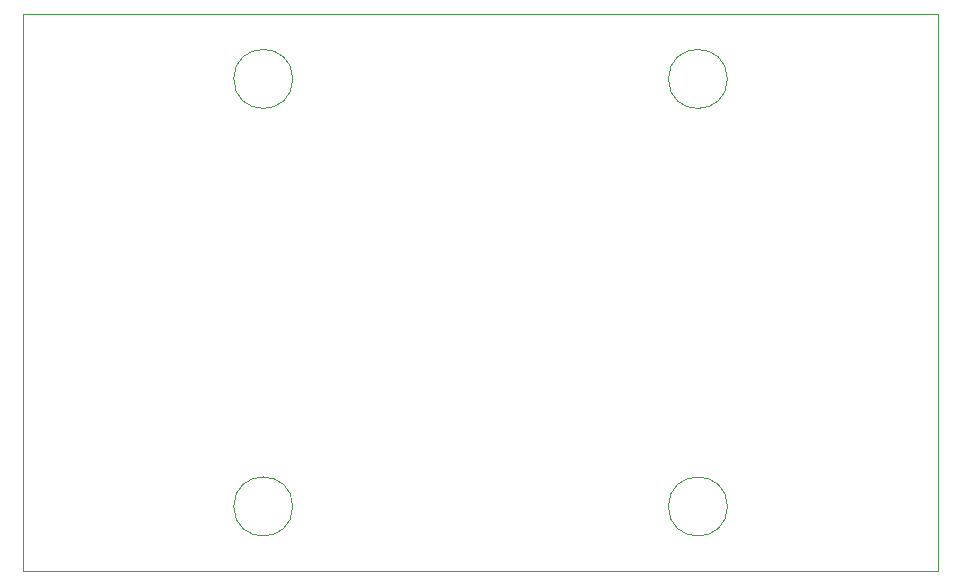
<source format=gbr>
%TF.GenerationSoftware,KiCad,Pcbnew,9.0.1-9.0.1-0~ubuntu22.04.1*%
%TF.CreationDate,2025-04-15T09:20:31+07:00*%
%TF.ProjectId,USB_HUB_4Port,5553425f-4855-4425-9f34-506f72742e6b,rev?*%
%TF.SameCoordinates,Original*%
%TF.FileFunction,Profile,NP*%
%FSLAX46Y46*%
G04 Gerber Fmt 4.6, Leading zero omitted, Abs format (unit mm)*
G04 Created by KiCad (PCBNEW 9.0.1-9.0.1-0~ubuntu22.04.1) date 2025-04-15 09:20:31*
%MOMM*%
%LPD*%
G01*
G04 APERTURE LIST*
%TA.AperFunction,Profile*%
%ADD10C,0.100000*%
%TD*%
G04 APERTURE END LIST*
D10*
X107390000Y-127590000D02*
G75*
G02*
X102390000Y-127590000I-2500000J0D01*
G01*
X102390000Y-127590000D02*
G75*
G02*
X107390000Y-127590000I2500000J0D01*
G01*
X70590000Y-127590000D02*
G75*
G02*
X65590000Y-127590000I-2500000J0D01*
G01*
X65590000Y-127590000D02*
G75*
G02*
X70590000Y-127590000I2500000J0D01*
G01*
X47790000Y-122090000D02*
X125190000Y-122090000D01*
X125190000Y-169290000D01*
X47790000Y-169290000D01*
X47790000Y-122090000D01*
X107390000Y-163790000D02*
G75*
G02*
X102390000Y-163790000I-2500000J0D01*
G01*
X102390000Y-163790000D02*
G75*
G02*
X107390000Y-163790000I2500000J0D01*
G01*
X70590000Y-163790000D02*
G75*
G02*
X65590000Y-163790000I-2500000J0D01*
G01*
X65590000Y-163790000D02*
G75*
G02*
X70590000Y-163790000I2500000J0D01*
G01*
M02*

</source>
